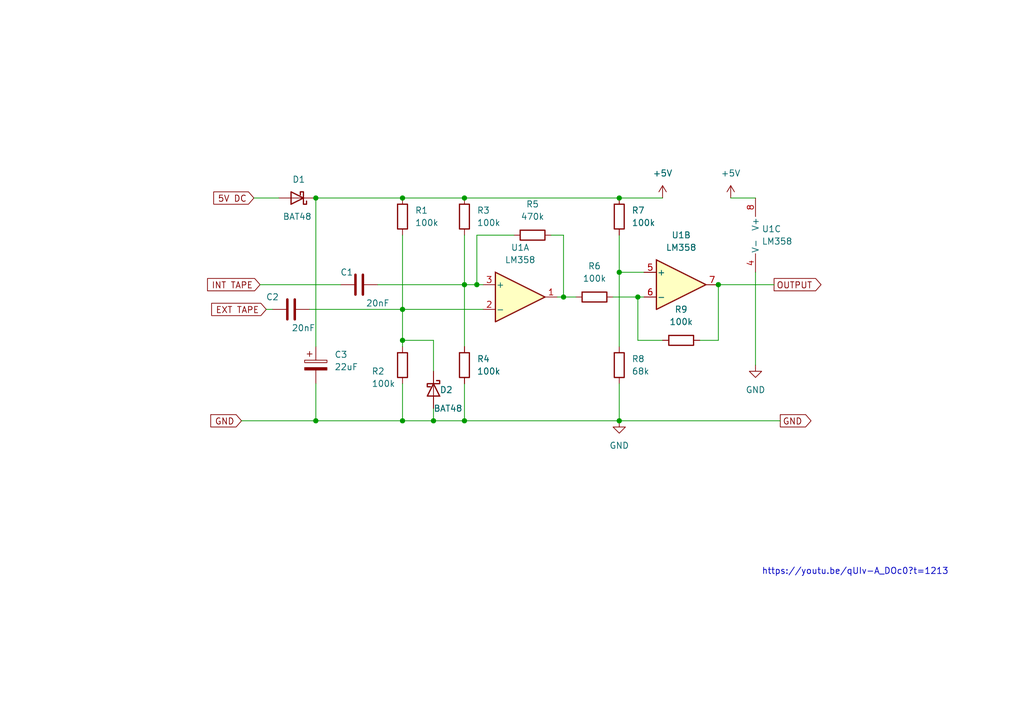
<source format=kicad_sch>
(kicad_sch (version 20230121) (generator eeschema)
  (paper "A5")
  (title_block (title "Grey +2 Tape Input") (rev "C"))
  (lib_symbols
    (symbol "Amplifier_Operational:LM358" (pin_names (offset 0.127))
      (property "Reference" "U" (at 0 5.08 0))
      (property "Value" "LM358" (at 0 -5.08 0))
      (symbol "LM358_1_1"
        (polyline (pts (xy -5.08 5.08) (xy 5.08 0) (xy -5.08 -5.08) (xy -5.08 5.08)) (stroke (width 0.254)) (fill (type background)))
        (pin output line (at 7.62 0 180) (length 2.54) (name "~") (number "1"))
        (pin input line (at -7.62 -2.54 0) (length 2.54) (name "-") (number "2"))
        (pin input line (at -7.62 2.54 0) (length 2.54) (name "+") (number "3"))
      )
      (symbol "LM358_2_1"
        (polyline (pts (xy -5.08 5.08) (xy 5.08 0) (xy -5.08 -5.08) (xy -5.08 5.08)) (stroke (width 0.254)) (fill (type background)))
        (pin input line (at -7.62 2.54 0) (length 2.54) (name "+") (number "5"))
        (pin input line (at -7.62 -2.54 0) (length 2.54) (name "-") (number "6"))
        (pin output line (at 7.62 0 180) (length 2.54) (name "~") (number "7"))
      )
      (symbol "LM358_3_1"
        (pin power_in line (at -2.54 -7.62 90) (length 3.81) (name "V-") (number "4"))
        (pin power_in line (at -2.54 7.62 270) (length 3.81) (name "V+") (number "8"))
      )
    )
    (symbol "Device:C" (pin_numbers hide) (pin_names (offset 0.254))
      (property "Reference" "C" (at 0.635 2.54 0))
      (property "Value" "C" (at 0.635 -2.54 0))
      (symbol "C_0_1"
        (polyline (pts (xy -2.032 -0.762) (xy 2.032 -0.762)) (stroke (width 0.508)))
        (polyline (pts (xy -2.032 0.762) (xy 2.032 0.762)) (stroke (width 0.508)))
      )
      (symbol "C_1_1"
        (pin passive line (at 0 3.81 270) (length 2.794) (name "~") (number "1"))
        (pin passive line (at 0 -3.81 90) (length 2.794) (name "~") (number "2"))
      )
    )
    (symbol "Device:C_Polarized" (pin_numbers hide) (pin_names (offset 0.254))
      (property "Reference" "C" (at 0.635 2.54 0))
      (property "Value" "C_Polarized" (at 0.635 -2.54 0))
      (symbol "C_Polarized_0_1"
        (rectangle (start -2.286 0.508) (end 2.286 1.016))
        (polyline (pts (xy -1.778 2.286) (xy -0.762 2.286)))
        (polyline (pts (xy -1.27 2.794) (xy -1.27 1.778)))
        (rectangle (start 2.286 -0.508) (end -2.286 -1.016) (fill (type outline)))
      )
      (symbol "C_Polarized_1_1"
        (pin passive line (at 0 3.81 270) (length 2.794) (name "~") (number "1"))
        (pin passive line (at 0 -3.81 90) (length 2.794) (name "~") (number "2"))
      )
    )
    (symbol "Device:D_Schottky" (pin_numbers hide) (pin_names (offset 1.016) hide)
      (property "Reference" "D" (at 0 2.54 0))
      (property "Value" "D_Schottky" (at 0 -2.54 0))
      (symbol "D_Schottky_0_1"
        (polyline (pts (xy 1.27 0) (xy -1.27 0)))
        (polyline (pts (xy 1.27 1.27) (xy 1.27 -1.27) (xy -1.27 0) (xy 1.27 1.27)) (stroke (width 0.254)))
        (polyline (pts (xy -1.905 0.635) (xy -1.905 1.27) (xy -1.27 1.27) (xy -1.27 -1.27) (xy -0.635 -1.27) (xy -0.635 -0.635)) (stroke (width 0.254)))
      )
      (symbol "D_Schottky_1_1"
        (pin passive line (at -3.81 0 0) (length 2.54) (name "K") (number "1"))
        (pin passive line (at 3.81 0 180) (length 2.54) (name "A") (number "2"))
      )
    )
    (symbol "Device:R" (pin_numbers hide) (pin_names (offset 0))
      (property "Reference" "R" (at 2.032 0 90))
      (property "Value" "R" (at 0 0 90))
      (symbol "R_0_1"
        (rectangle (start -1.016 -2.54) (end 1.016 2.54) (stroke (width 0.254)))
      )
      (symbol "R_1_1"
        (pin passive line (at 0 3.81 270) (length 1.27) (name "~") (number "1"))
        (pin passive line (at 0 -3.81 90) (length 1.27) (name "~") (number "2"))
      )
    )
    (symbol "power:+5V" (power) (pin_names (offset 0))
      (property "Value" "+5V" (at 0 3.556 0))
      (symbol "+5V_0_1"
        (polyline (pts (xy -0.762 1.27) (xy 0 2.54)))
        (polyline (pts (xy 0 0) (xy 0 2.54)))
        (polyline (pts (xy 0 2.54) (xy 0.762 1.27)))
      )
      (symbol "+5V_1_1"
        (pin power_in line (at 0 0 90) (length 0) hide (name "+5V") (number "1"))
      )
    )
    (symbol "power:GND" (power) (pin_names (offset 0))
      (property "Value" "GND" (at 0 -3.81 0))
      (symbol "GND_0_1"
        (polyline (pts (xy 0 0) (xy 0 -1.27) (xy 1.27 -1.27) (xy 0 -2.54) (xy -1.27 -1.27) (xy 0 -1.27)))
      )
      (symbol "GND_1_1"
        (pin power_in line (at 0 0 270) (length 0) hide (name "GND") (number "1"))
      )
    )
  )
  (junction (at 147.32 58.42))
  (junction (at 95.25 86.36))
  (junction (at 88.9 86.36))
  (junction (at 82.55 69.85))
  (junction (at 127 86.36))
  (junction (at 97.79 58.42))
  (junction (at 127 55.88))
  (junction (at 82.55 86.36))
  (junction (at 95.25 40.64))
  (junction (at 127 40.64))
  (junction (at 64.77 86.36))
  (junction (at 95.25 58.42))
  (junction (at 115.57 60.96))
  (junction (at 82.55 63.5))
  (junction (at 130.81 60.96))
  (junction (at 82.55 40.64))
  (junction (at 64.77 40.64))
  (wire (pts (xy 82.55 78.74) (xy 82.55 86.36)))
  (wire (pts (xy 64.77 71.12) (xy 64.77 40.64)))
  (wire (pts (xy 95.25 78.74) (xy 95.25 86.36)))
  (wire (pts (xy 53.34 58.42) (xy 69.85 58.42)))
  (wire (pts (xy 115.57 48.26) (xy 115.57 60.96)))
  (wire (pts (xy 49.53 86.36) (xy 64.77 86.36)))
  (wire (pts (xy 115.57 60.96) (xy 118.11 60.96)))
  (wire (pts (xy 95.25 40.64) (xy 127 40.64)))
  (wire (pts (xy 64.77 78.74) (xy 64.77 86.36)))
  (wire (pts (xy 82.55 69.85) (xy 82.55 71.12)))
  (wire (pts (xy 82.55 40.64) (xy 95.25 40.64)))
  (wire (pts (xy 82.55 63.5) (xy 82.55 69.85)))
  (wire (pts (xy 154.94 55.88) (xy 154.94 74.93)))
  (wire (pts (xy 130.81 69.85) (xy 130.81 60.96)))
  (wire (pts (xy 52.07 40.64) (xy 57.15 40.64)))
  (wire (pts (xy 88.9 83.82) (xy 88.9 86.36)))
  (wire (pts (xy 95.25 86.36) (xy 127 86.36)))
  (wire (pts (xy 82.55 63.5) (xy 99.06 63.5)))
  (wire (pts (xy 130.81 60.96) (xy 132.08 60.96)))
  (wire (pts (xy 127 40.64) (xy 135.89 40.64)))
  (wire (pts (xy 95.25 58.42) (xy 95.25 71.12)))
  (wire (pts (xy 82.55 48.26) (xy 82.55 63.5)))
  (wire (pts (xy 64.77 40.64) (xy 82.55 40.64)))
  (wire (pts (xy 97.79 48.26) (xy 97.79 58.42)))
  (wire (pts (xy 135.89 69.85) (xy 130.81 69.85)))
  (wire (pts (xy 88.9 86.36) (xy 95.25 86.36)))
  (wire (pts (xy 88.9 69.85) (xy 82.55 69.85)))
  (wire (pts (xy 143.51 69.85) (xy 147.32 69.85)))
  (wire (pts (xy 127 55.88) (xy 127 48.26)))
  (wire (pts (xy 147.32 69.85) (xy 147.32 58.42)))
  (wire (pts (xy 54.61 63.5) (xy 55.88 63.5)))
  (wire (pts (xy 97.79 58.42) (xy 99.06 58.42)))
  (wire (pts (xy 113.03 48.26) (xy 115.57 48.26)))
  (wire (pts (xy 63.5 63.5) (xy 82.55 63.5)))
  (wire (pts (xy 149.86 40.64) (xy 154.94 40.64)))
  (wire (pts (xy 95.25 58.42) (xy 97.79 58.42)))
  (wire (pts (xy 77.47 58.42) (xy 95.25 58.42)))
  (wire (pts (xy 147.32 58.42) (xy 158.75 58.42)))
  (wire (pts (xy 132.08 55.88) (xy 127 55.88)))
  (wire (pts (xy 64.77 86.36) (xy 82.55 86.36)))
  (wire (pts (xy 127 86.36) (xy 160.02 86.36)))
  (wire (pts (xy 95.25 48.26) (xy 95.25 58.42)))
  (wire (pts (xy 88.9 76.2) (xy 88.9 69.85)))
  (wire (pts (xy 127 55.88) (xy 127 71.12)))
  (wire (pts (xy 127 78.74) (xy 127 86.36)))
  (wire (pts (xy 114.3 60.96) (xy 115.57 60.96)))
  (wire (pts (xy 105.41 48.26) (xy 97.79 48.26)))
  (wire (pts (xy 125.73 60.96) (xy 130.81 60.96)))
  (wire (pts (xy 82.55 86.36) (xy 88.9 86.36)))
  (text "https://youtu.be/qUIv-A_DOc0?t=1213" (at 156.21 118.11 0) (effects (font (size 1.27 1.27)) (justify left bottom)))
  (global_label "OUTPUT" (shape output) (at 158.75 58.42 0) (property "Intersheetrefs" "${INTERSHEET_REFS}" (effects hide)))
  (global_label "GND" (shape input) (at 49.53 86.36 180) (property "Intersheetrefs" "${INTERSHEET_REFS}" (effects hide)))
  (global_label "EXT TAPE" (shape input) (at 54.61 63.5 180) (property "Intersheetrefs" "${INTERSHEET_REFS}" (effects hide)))
  (global_label "INT TAPE" (shape input) (at 53.34 58.42 180) (property "Intersheetrefs" "${INTERSHEET_REFS}" (effects hide)))
  (global_label "5V DC" (shape input) (at 52.07 40.64 180) (property "Intersheetrefs" "${INTERSHEET_REFS}" (effects hide)))
  (global_label "GND" (shape output) (at 160.02 86.36 0) (property "Intersheetrefs" "${INTERSHEET_REFS}" (effects hide)))
  (symbol (lib_id "Device:R") (at 95.25 44.45 0) (unit 1)
    (property "Reference" "R3" (at 97.79 43.18 0) (effects (justify left)))
    (property "Value" "100k" (at 97.79 45.72 0) (effects (justify left)))
    (property "Footprint" "Resistor_THT:R_Axial_DIN0207_L6.3mm_D2.5mm_P10.16mm_Horizontal" (effects hide))
    (property "Part Number" "100k 0.25W" (effects hide))
  )
  (symbol (lib_id "Device:D_Schottky") (at 88.9 80.01 270) (unit 1)
    (property "Reference" "D2" (at 90.17 80.01 90) (effects (justify left)))
    (property "Value" "BAT48" (at 88.9 83.82 90) (effects (justify left)))
    (property "Footprint" "Diode_THT:D_A-405_P7.62mm_Horizontal" (effects hide))
    (property "Datasheet" "BAT48RL" (effects hide))
    (property "Part Number" "BAT48RL" (effects hide))
    (property "Sim.Library" "spice/ST_SIGNAL_SCHOTTKY_V8.LIB" (effects hide))
    (property "Sim.Name" "BAT48" (effects hide))
    (property "Sim.Device" "D" (effects hide))
    (property "Sim.Pins" "1=A 2=K" (effects hide))
    (property "Sim.Params" "temp=25" (effects hide))
  )
  (symbol (lib_id "Device:C") (at 59.69 63.5 90) (unit 1)
    (property "Reference" "C2" (at 55.88 60.96 90))
    (property "Value" "20nF" (at 62.23 67.31 90))
    (property "Footprint" "Capacitor_THT:C_Disc_D5.1mm_W3.2mm_P5.00mm" (effects hide))
    (property "Datasheet" "594-S203M75Z5UN63J0R" (effects hide))
    (property "Part Number" "K223K15X7RF53L2" (effects hide))
  )
  (symbol (lib_id "power:GND") (at 154.94 74.93 0) (unit 1)
    (property "Reference" "#PWR04" (effects hide))
    (property "Value" "GND" (at 154.94 80.01 0))
  )
  (symbol (lib_id "Device:R") (at 127 44.45 0) (unit 1)
    (property "Reference" "R7" (at 129.54 43.18 0) (effects (justify left)))
    (property "Value" "100k" (at 129.54 45.72 0) (effects (justify left)))
    (property "Footprint" "Resistor_THT:R_Axial_DIN0207_L6.3mm_D2.5mm_P10.16mm_Horizontal" (effects hide))
    (property "Part Number" "100k 0.25W" (effects hide))
  )
  (symbol (lib_id "Device:R") (at 82.55 44.45 0) (unit 1)
    (property "Reference" "R1" (at 85.09 43.18 0) (effects (justify left)))
    (property "Value" "100k" (at 85.09 45.72 0) (effects (justify left)))
    (property "Footprint" "Resistor_THT:R_Axial_DIN0207_L6.3mm_D2.5mm_P10.16mm_Horizontal" (effects hide))
    (property "Part Number" "100k 0.25W" (effects hide))
  )
  (symbol (lib_id "Device:R") (at 109.22 48.26 90) (unit 1)
    (property "Reference" "R5" (at 109.22 41.91 90))
    (property "Value" "470k" (at 109.22 44.45 90))
    (property "Footprint" "Resistor_THT:R_Axial_DIN0207_L6.3mm_D2.5mm_P10.16mm_Horizontal" (effects hide))
    (property "Part Number" "470k 0.25W" (effects hide))
  )
  (symbol (lib_id "Amplifier_Operational:LM358") (at 139.7 58.42 0) (unit 2)
    (property "Reference" "U1" (at 139.7 48.26 0))
    (property "Value" "LM358" (at 139.7 50.8 0))
    (property "Footprint" "Package_DIP:DIP-8_W7.62mm" (effects hide))
    (property "Datasheet" "http://www.ti.com/lit/ds/symlink/lm2904-n.pdf" (effects hide))
    (property "Part Number" "LM358" (effects hide))
    (property "Sim.Device" "SUBCKT" (effects hide))
    (property "Sim.Library" "spice/lmx58_lm2904.lib" (effects hide))
    (property "Sim.Name" "LMX58_LM2904" (effects hide))
    (property "Sim.Pins" "1=IN+ 2=IN- 3=VCC 4=VEE 5=OUT" (effects hide))
  )
  (symbol (lib_id "power:+5V") (at 135.89 40.64 0) (unit 1)
    (property "Reference" "#PWR01" (effects hide))
    (property "Value" "+5V" (at 135.89 35.56 0))
  )
  (symbol (lib_id "Device:D_Schottky") (at 60.96 40.64 180) (unit 1)
    (property "Reference" "D1" (at 61.2775 36.83 0))
    (property "Value" "BAT48" (at 60.96 44.45 0))
    (property "Footprint" "Diode_THT:D_A-405_P7.62mm_Horizontal" (effects hide))
    (property "Datasheet" "BAT48RL" (effects hide))
    (property "Part Number" "BAT48RL" (effects hide))
    (property "Sim.Library" "spice/ST_SIGNAL_SCHOTTKY_V8.LIB" (effects hide))
    (property "Sim.Name" "BAT48" (effects hide))
    (property "Sim.Device" "D" (effects hide))
    (property "Sim.Pins" "1=K 2=A" (effects hide))
    (property "Sim.Params" "temp=25" (effects hide))
  )
  (symbol (lib_id "Device:R") (at 139.7 69.85 90) (unit 1)
    (property "Reference" "R9" (at 139.7 63.5 90))
    (property "Value" "100k" (at 139.7 66.04 90))
    (property "Footprint" "Resistor_THT:R_Axial_DIN0207_L6.3mm_D2.5mm_P10.16mm_Horizontal" (effects hide))
    (property "Part Number" "100k 0.25W" (effects hide))
  )
  (symbol (lib_id "power:+5V") (at 149.86 40.64 0) (unit 1)
    (property "Reference" "#PWR03" (effects hide))
    (property "Value" "+5V" (at 149.86 35.56 0))
  )
  (symbol (lib_id "Device:R") (at 82.55 74.93 0) (unit 1)
    (property "Reference" "R2" (at 76.2 76.2 0) (effects (justify left)))
    (property "Value" "100k" (at 76.2 78.74 0) (effects (justify left)))
    (property "Footprint" "Resistor_THT:R_Axial_DIN0207_L6.3mm_D2.5mm_P10.16mm_Horizontal" (effects hide))
    (property "Part Number" "100k 0.25W" (effects hide))
  )
  (symbol (lib_id "power:GND") (at 127 86.36 0) (unit 1)
    (property "Reference" "#PWR02" (effects hide))
    (property "Value" "GND" (at 127 91.44 0))
  )
  (symbol (lib_id "Device:R") (at 121.92 60.96 90) (unit 1)
    (property "Reference" "R6" (at 121.92 54.61 90))
    (property "Value" "100k" (at 121.92 57.15 90))
    (property "Footprint" "Resistor_THT:R_Axial_DIN0207_L6.3mm_D2.5mm_P10.16mm_Horizontal" (effects hide))
    (property "Part Number" "100k 0.25W" (effects hide))
  )
  (symbol (lib_id "Device:C") (at 73.66 58.42 90) (unit 1)
    (property "Reference" "C1" (at 71.12 55.88 90))
    (property "Value" "20nF" (at 77.47 62.23 90))
    (property "Footprint" "Capacitor_THT:C_Disc_D5.1mm_W3.2mm_P5.00mm" (effects hide))
    (property "Part Number" "K223K15X7RF53L2" (effects hide))
  )
  (symbol (lib_id "Device:R") (at 127 74.93 0) (unit 1)
    (property "Reference" "R8" (at 129.54 73.66 0) (effects (justify left)))
    (property "Value" "68k" (at 129.54 76.2 0) (effects (justify left)))
    (property "Footprint" "Resistor_THT:R_Axial_DIN0207_L6.3mm_D2.5mm_P10.16mm_Horizontal" (effects hide))
    (property "Part Number" "68k 0.25W" (effects hide))
  )
  (symbol (lib_id "Amplifier_Operational:LM358") (at 157.48 48.26 0) (unit 3)
    (property "Reference" "U1" (at 156.21 46.99 0) (effects (justify left)))
    (property "Value" "LM358" (at 156.21 49.53 0) (effects (justify left)))
    (property "Footprint" "Package_DIP:DIP-8_W7.62mm" (effects hide))
    (property "Datasheet" "http://www.ti.com/lit/ds/symlink/lm2904-n.pdf" (effects hide))
    (property "Part Number" "LM358" (effects hide))
    (property "Sim.Device" "SUBCKT" (effects hide))
    (property "Sim.Library" "spice/lmx58_lm2904.lib" (effects hide))
    (property "Sim.Name" "LMX58_LM2904" (effects hide))
    (property "Sim.Pins" "1=IN+ 2=IN- 3=VCC 4=VEE 5=OUT" (effects hide))
  )
  (symbol (lib_id "Device:C_Polarized") (at 64.77 74.93 0) (unit 1)
    (property "Reference" "C3" (at 68.58 72.771 0) (effects (justify left)))
    (property "Value" "22uF" (at 68.58 75.311 0) (effects (justify left)))
    (property "Footprint" "Capacitor_THT:CP_Radial_D5.0mm_P2.00mm" (effects hide))
    (property "Datasheet" "667-ECE-A0JKS220" (effects hide))
    (property "Part Number" "ECA1CM220" (effects hide))
  )
  (symbol (lib_id "Device:R") (at 95.25 74.93 0) (unit 1)
    (property "Reference" "R4" (at 97.79 73.66 0) (effects (justify left)))
    (property "Value" "100k" (at 97.79 76.2 0) (effects (justify left)))
    (property "Footprint" "Resistor_THT:R_Axial_DIN0207_L6.3mm_D2.5mm_P10.16mm_Horizontal" (effects hide))
    (property "Part Number" "100k 0.25W" (effects hide))
  )
  (symbol (lib_id "Amplifier_Operational:LM358") (at 106.68 60.96 0) (unit 1)
    (property "Reference" "U1" (at 106.68 50.8 0))
    (property "Value" "LM358" (at 106.68 53.34 0))
    (property "Footprint" "Package_DIP:DIP-8_W7.62mm" (effects hide))
    (property "Datasheet" "http://www.ti.com/lit/ds/symlink/lm2904-n.pdf" (effects hide))
    (property "Part Number" "LM358" (effects hide))
    (property "Sim.Device" "SUBCKT" (effects hide))
    (property "Sim.Library" "spice/lmx58_lm2904.lib" (effects hide))
    (property "Sim.Name" "LMX58_LM2904" (effects hide))
    (property "Sim.Pins" "1=IN+ 2=IN- 3=VCC 4=VEE 5=OUT" (effects hide))
  )
)
</source>
